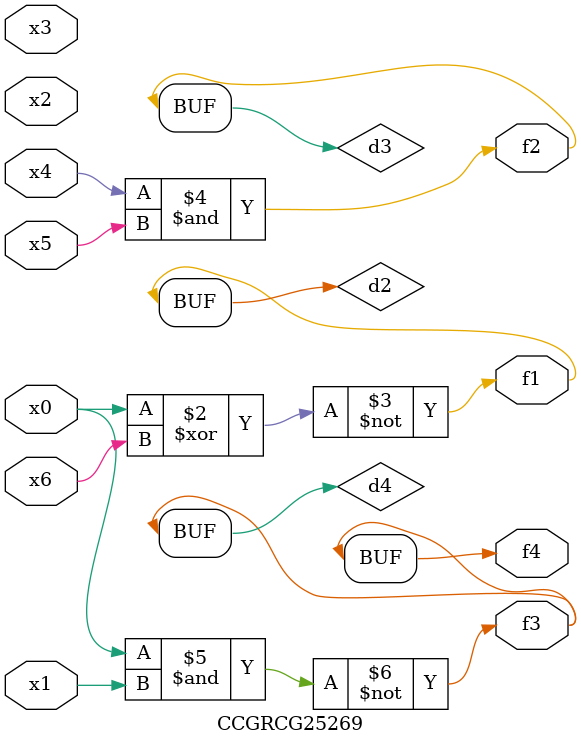
<source format=v>
module CCGRCG25269(
	input x0, x1, x2, x3, x4, x5, x6,
	output f1, f2, f3, f4
);

	wire d1, d2, d3, d4;

	nor (d1, x0);
	xnor (d2, x0, x6);
	and (d3, x4, x5);
	nand (d4, x0, x1);
	assign f1 = d2;
	assign f2 = d3;
	assign f3 = d4;
	assign f4 = d4;
endmodule

</source>
